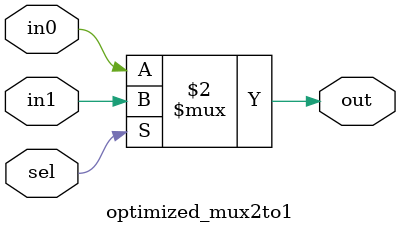
<source format=v>

module optimized(
    input wire s1,
    input wire s2,
    input wire a,
    input wire b,
    input wire c,
    input wire d,
    output wire y
);
    wire x0, x1, x2;
    optimized_mux2to1 mux0 (.in0(c), .in1(d), .sel(s2), .out(x0));
    optimized_mux2to1 mux1 (.in0(s1), .in1(x0), .sel(s2), .out(x1));
    optimized_mux2to1 mux2 (.in0(a), .in1(b), .sel(x1), .out(y));
endmodule

// 2-to-1 Multiplexer Module
module optimized_mux2to1(
    input wire in0,
    input wire in1,
    input wire sel,
    output reg out
);
    always @(*) begin
        out = sel ? in1 : in0; // Use ternary operator for clarity
    end
endmodule

</source>
